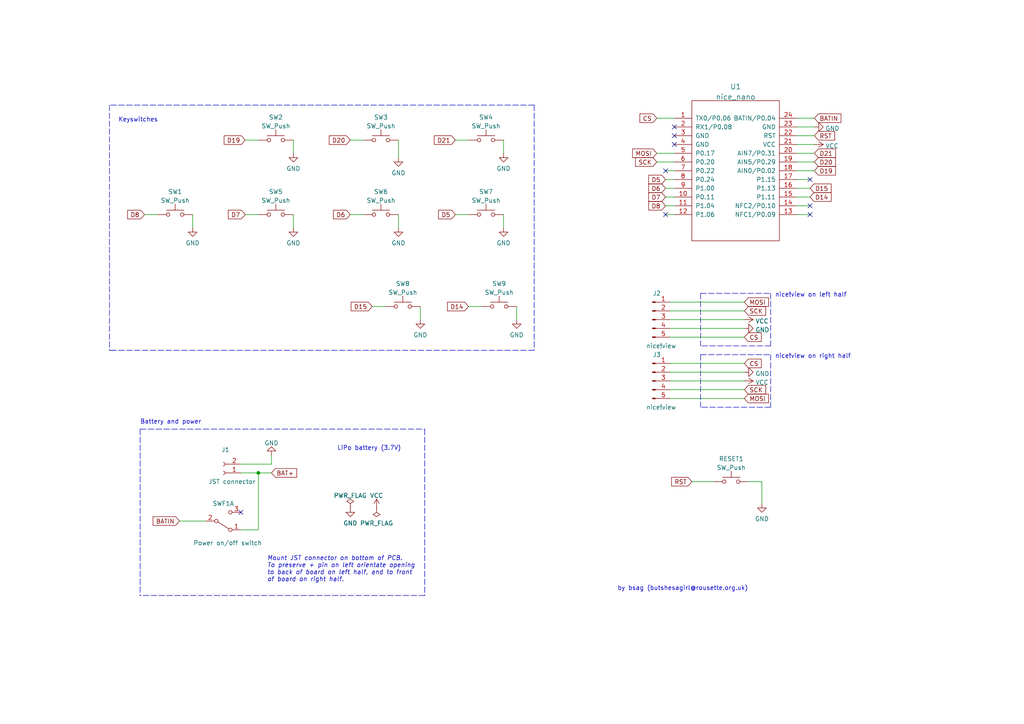
<source format=kicad_sch>
(kicad_sch (version 20211123) (generator eeschema)
  (paper "A4")
  (title_block (title "Nine Nice!Nano") (date "2022-11-12") (rev "v1"))
  (lib_symbols
    (symbol "Connector:Conn_01x02_Female" (pin_names (offset 1.016) hide)
      (property "Reference" "J" (at 0 2.54 0))
      (property "Value" "Conn_01x02_Female" (at 0 -5.08 0))
      (symbol "Conn_01x02_Female_1_1"
        (arc (start 0 -2.032) (mid -0.508 -2.54) (end 0 -3.048) (stroke (width 0.1524)))
        (polyline (pts (xy -1.27 -2.54) (xy -0.508 -2.54)) (stroke (width 0.1524)))
        (polyline (pts (xy -1.27 0) (xy -0.508 0)) (stroke (width 0.1524)))
        (arc (start 0 0.508) (mid -0.508 0) (end 0 -0.508) (stroke (width 0.1524)))
        (pin passive line (at -5.08 0 0) (length 3.81) (name "Pin_1") (number "1"))
        (pin passive line (at -5.08 -2.54 0) (length 3.81) (name "Pin_2") (number "2"))
      )
    )
    (symbol "Connector:Conn_01x05_Male" (pin_names (offset 1.016) hide)
      (property "Reference" "J" (at 0 7.62 0))
      (property "Value" "Conn_01x05_Male" (at 0 -7.62 0))
      (symbol "Conn_01x05_Male_1_1"
        (polyline (pts (xy 1.27 -5.08) (xy 0.8636 -5.08)) (stroke (width 0.1524)))
        (polyline (pts (xy 1.27 -2.54) (xy 0.8636 -2.54)) (stroke (width 0.1524)))
        (polyline (pts (xy 1.27 0) (xy 0.8636 0)) (stroke (width 0.1524)))
        (polyline (pts (xy 1.27 2.54) (xy 0.8636 2.54)) (stroke (width 0.1524)))
        (polyline (pts (xy 1.27 5.08) (xy 0.8636 5.08)) (stroke (width 0.1524)))
        (rectangle (start 0.8636 -4.953) (end 0 -5.207) (stroke (width 0.1524)) (fill (type outline)))
        (rectangle (start 0.8636 -2.413) (end 0 -2.667) (stroke (width 0.1524)) (fill (type outline)))
        (rectangle (start 0.8636 0.127) (end 0 -0.127) (stroke (width 0.1524)) (fill (type outline)))
        (rectangle (start 0.8636 2.667) (end 0 2.413) (stroke (width 0.1524)) (fill (type outline)))
        (rectangle (start 0.8636 5.207) (end 0 4.953) (stroke (width 0.1524)) (fill (type outline)))
        (pin passive line (at 5.08 5.08 180) (length 3.81) (name "Pin_1") (number "1"))
        (pin passive line (at 5.08 2.54 180) (length 3.81) (name "Pin_2") (number "2"))
        (pin passive line (at 5.08 0 180) (length 3.81) (name "Pin_3") (number "3"))
        (pin passive line (at 5.08 -2.54 180) (length 3.81) (name "Pin_4") (number "4"))
        (pin passive line (at 5.08 -5.08 180) (length 3.81) (name "Pin_5") (number "5"))
      )
    )
    (symbol "Switch:SW_DPDT_x2" (pin_names (offset 0) hide)
      (property "Reference" "SW" (at 0 4.318 0))
      (property "Value" "SW_DPDT_x2" (at 0 -5.08 0))
      (symbol "SW_DPDT_x2_0_0"
        (circle (center -2.032 0) (radius 0.508))
        (circle (center 2.032 -2.54) (radius 0.508))
      )
      (symbol "SW_DPDT_x2_0_1"
        (polyline (pts (xy -1.524 0.254) (xy 1.651 2.286)))
        (circle (center 2.032 2.54) (radius 0.508))
      )
      (symbol "SW_DPDT_x2_1_1"
        (pin passive line (at 5.08 2.54 180) (length 2.54) (name "A") (number "1"))
        (pin passive line (at -5.08 0 0) (length 2.54) (name "B") (number "2"))
        (pin passive line (at 5.08 -2.54 180) (length 2.54) (name "C") (number "3"))
      )
      (symbol "SW_DPDT_x2_2_1"
        (pin passive line (at 5.08 2.54 180) (length 2.54) (name "A") (number "4"))
        (pin passive line (at -5.08 0 0) (length 2.54) (name "B") (number "5"))
        (pin passive line (at 5.08 -2.54 180) (length 2.54) (name "C") (number "6"))
      )
    )
    (symbol "Switch:SW_Push" (pin_numbers hide) (pin_names (offset 1.016) hide)
      (property "Reference" "SW" (at 1.27 2.54 0))
      (property "Value" "SW_Push" (at 0 -1.524 0))
      (symbol "SW_Push_0_1"
        (circle (center -2.032 0) (radius 0.508))
        (polyline (pts (xy 0 1.27) (xy 0 3.048)))
        (polyline (pts (xy 2.54 1.27) (xy -2.54 1.27)))
        (circle (center 2.032 0) (radius 0.508))
        (pin passive line (at -5.08 0 0) (length 2.54) (name "1") (number "1"))
        (pin passive line (at 5.08 0 180) (length 2.54) (name "2") (number "2"))
      )
    )
    (symbol "nice_nano_1" (pin_names (offset 1.016))
      (property "Reference" "U" (at 0 0 0))
      (property "Value" "nice_nano_1" (at 0 2.54 0))
      (symbol "nice_nano_1_0_1"
        (rectangle (start -12.7 -21.59) (end 12.7 19.05))
      )
      (symbol "nice_nano_1_1_1"
        (pin input line (at -17.78 13.97 0) (length 5.08) (name "TX0/P0.06") (number "1"))
        (pin input line (at -17.78 -8.89 0) (length 5.08) (name "P0.11") (number "10"))
        (pin input line (at -17.78 -11.43 0) (length 5.08) (name "P1.04") (number "11"))
        (pin input line (at -17.78 -13.97 0) (length 5.08) (name "P1.06") (number "12"))
        (pin input line (at 17.78 -13.97 180) (length 5.08) (name "NFC1/P0.09") (number "13"))
        (pin input line (at 17.78 -11.43 180) (length 5.08) (name "NFC2/P0.10") (number "14"))
        (pin input line (at 17.78 -8.89 180) (length 5.08) (name "P1.11") (number "15"))
        (pin input line (at 17.78 -6.35 180) (length 5.08) (name "P1.13") (number "16"))
        (pin input line (at 17.78 -3.81 180) (length 5.08) (name "P1.15") (number "17"))
        (pin input line (at 17.78 -1.27 180) (length 5.08) (name "AIN0/P0.02") (number "18"))
        (pin input line (at 17.78 1.27 180) (length 5.08) (name "AIN5/P0.29") (number "19"))
        (pin input line (at -17.78 11.43 0) (length 5.08) (name "RX1/P0.08") (number "2"))
        (pin input line (at 17.78 3.81 180) (length 5.08) (name "AIN7/P0.31") (number "20"))
        (pin input line (at 17.78 6.35 180) (length 5.08) (name "VCC") (number "21"))
        (pin input line (at 17.78 8.89 180) (length 5.08) (name "RST") (number "22"))
        (pin input line (at 17.78 11.43 180) (length 5.08) (name "GND") (number "23"))
        (pin input line (at 17.78 13.97 180) (length 5.08) (name "BATIN/P0.04") (number "24"))
        (pin input line (at -17.78 8.89 0) (length 5.08) (name "GND") (number "3"))
        (pin input line (at -17.78 6.35 0) (length 5.08) (name "GND") (number "4"))
        (pin input line (at -17.78 3.81 0) (length 5.08) (name "P0.17") (number "5"))
        (pin input line (at -17.78 1.27 0) (length 5.08) (name "P0.20") (number "6"))
        (pin input line (at -17.78 -1.27 0) (length 5.08) (name "P0.22") (number "7"))
        (pin input line (at -17.78 -3.81 0) (length 5.08) (name "P0.24") (number "8"))
        (pin input line (at -17.78 -6.35 0) (length 5.08) (name "P1.00") (number "9"))
      )
    )
    (symbol "power:GND" (power) (pin_names (offset 0))
      (property "Value" "GND" (at 0 -3.81 0))
      (symbol "GND_0_1"
        (polyline (pts (xy 0 0) (xy 0 -1.27) (xy 1.27 -1.27) (xy 0 -2.54) (xy -1.27 -1.27) (xy 0 -1.27)))
      )
      (symbol "GND_1_1"
        (pin power_in line (at 0 0 270) (length 0) hide (name "GND") (number "1"))
      )
    )
    (symbol "power:PWR_FLAG" (power) (pin_numbers hide) (pin_names (offset 0) hide)
      (property "Value" "PWR_FLAG" (at 0 3.81 0))
      (symbol "PWR_FLAG_0_0"
        (pin power_out line (at 0 0 90) (length 0) (name "pwr") (number "1"))
      )
      (symbol "PWR_FLAG_0_1"
        (polyline (pts (xy 0 0) (xy 0 1.27) (xy -1.016 1.905) (xy 0 2.54) (xy 1.016 1.905) (xy 0 1.27)))
      )
    )
    (symbol "power:VCC" (power) (pin_names (offset 0))
      (property "Value" "VCC" (at 0 3.81 0))
      (symbol "VCC_0_1"
        (polyline (pts (xy -0.762 1.27) (xy 0 2.54)))
        (polyline (pts (xy 0 0) (xy 0 2.54)))
        (polyline (pts (xy 0 2.54) (xy 0.762 1.27)))
      )
      (symbol "VCC_1_1"
        (pin power_in line (at 0 0 90) (length 0) hide (name "VCC") (number "1"))
      )
    )
  )
  (junction (at 74.93 137.16))
  (no_connect (at 193.04 62.23))
  (no_connect (at 234.95 52.07))
  (no_connect (at 234.95 59.69))
  (no_connect (at 193.04 49.53))
  (no_connect (at 195.58 39.37))
  (no_connect (at 195.58 41.91))
  (no_connect (at 69.85 148.59))
  (no_connect (at 234.95 62.23))
  (no_connect (at 195.58 36.83))
  (wire (pts (xy 217.17 139.7) (xy 220.98 139.7)))
  (wire (pts (xy 146.05 62.23) (xy 146.05 66.04)))
  (wire (pts (xy 193.04 54.61) (xy 195.58 54.61)))
  (wire (pts (xy 194.31 105.41) (xy 215.9 105.41)))
  (wire (pts (xy 194.31 87.63) (xy 215.9 87.63)))
  (polyline (pts (xy 31.75 101.6) (xy 33.02 101.6)))
  (wire (pts (xy 74.93 137.16) (xy 69.85 137.16)))
  (polyline (pts (xy 203.2 102.87) (xy 203.2 118.11)))
  (wire (pts (xy 231.14 52.07) (xy 234.95 52.07)))
  (wire (pts (xy 115.57 62.23) (xy 115.57 66.04)))
  (polyline (pts (xy 203.2 85.09) (xy 203.2 100.33)))
  (wire (pts (xy 121.92 88.9) (xy 121.92 92.71)))
  (polyline (pts (xy 123.19 124.46) (xy 123.19 172.72)))
  (wire (pts (xy 231.14 39.37) (xy 236.22 39.37)))
  (wire (pts (xy 193.04 52.07) (xy 195.58 52.07)))
  (wire (pts (xy 231.14 57.15) (xy 234.95 57.15)))
  (polyline (pts (xy 203.2 102.87) (xy 223.52 102.87)))
  (wire (pts (xy 231.14 44.45) (xy 236.22 44.45)))
  (wire (pts (xy 41.91 62.23) (xy 45.72 62.23)))
  (wire (pts (xy 231.14 41.91) (xy 236.22 41.91)))
  (wire (pts (xy 85.09 62.23) (xy 85.09 66.04)))
  (wire (pts (xy 132.08 62.23) (xy 135.89 62.23)))
  (polyline (pts (xy 223.52 118.11) (xy 203.2 118.11)))
  (wire (pts (xy 69.85 134.62) (xy 78.74 134.62)))
  (wire (pts (xy 231.14 62.23) (xy 234.95 62.23)))
  (wire (pts (xy 190.5 34.29) (xy 195.58 34.29)))
  (polyline (pts (xy 31.75 30.48) (xy 31.75 101.6)))
  (wire (pts (xy 231.14 36.83) (xy 236.22 36.83)))
  (wire (pts (xy 194.31 97.79) (xy 215.9 97.79)))
  (polyline (pts (xy 223.52 100.33) (xy 203.2 100.33)))
  (wire (pts (xy 101.6 62.23) (xy 105.41 62.23)))
  (wire (pts (xy 132.08 40.64) (xy 135.89 40.64)))
  (wire (pts (xy 194.31 110.49) (xy 215.9 110.49)))
  (wire (pts (xy 55.88 62.23) (xy 55.88 66.04)))
  (wire (pts (xy 231.14 49.53) (xy 236.22 49.53)))
  (wire (pts (xy 194.31 115.57) (xy 215.9 115.57)))
  (wire (pts (xy 146.05 40.64) (xy 146.05 44.45)))
  (wire (pts (xy 220.98 139.7) (xy 220.98 146.05)))
  (wire (pts (xy 193.04 57.15) (xy 195.58 57.15)))
  (wire (pts (xy 231.14 59.69) (xy 234.95 59.69)))
  (wire (pts (xy 200.66 139.7) (xy 207.01 139.7)))
  (polyline (pts (xy 154.94 30.48) (xy 154.94 101.6)))
  (polyline (pts (xy 154.94 30.48) (xy 31.75 30.48)))
  (wire (pts (xy 71.12 62.23) (xy 74.93 62.23)))
  (polyline (pts (xy 40.64 124.46) (xy 40.64 172.72)))
  (polyline (pts (xy 223.52 102.87) (xy 223.52 118.11)))
  (wire (pts (xy 190.5 46.99) (xy 195.58 46.99)))
  (polyline (pts (xy 123.19 172.72) (xy 40.64 172.72)))
  (polyline (pts (xy 223.52 85.09) (xy 223.52 100.33)))
  (wire (pts (xy 107.95 88.9) (xy 111.76 88.9)))
  (wire (pts (xy 69.85 153.67) (xy 74.93 153.67)))
  (wire (pts (xy 231.14 54.61) (xy 234.95 54.61)))
  (wire (pts (xy 194.31 95.25) (xy 215.9 95.25)))
  (wire (pts (xy 190.5 44.45) (xy 195.58 44.45)))
  (wire (pts (xy 74.93 137.16) (xy 78.74 137.16)))
  (polyline (pts (xy 203.2 85.09) (xy 223.52 85.09)))
  (wire (pts (xy 194.31 90.17) (xy 215.9 90.17)))
  (wire (pts (xy 71.12 40.64) (xy 74.93 40.64)))
  (wire (pts (xy 74.93 137.16) (xy 74.93 153.67)))
  (wire (pts (xy 85.09 40.64) (xy 85.09 44.45)))
  (wire (pts (xy 193.04 49.53) (xy 195.58 49.53)))
  (wire (pts (xy 149.86 88.9) (xy 149.86 92.71)))
  (wire (pts (xy 78.74 132.08) (xy 78.74 134.62)))
  (wire (pts (xy 101.6 40.64) (xy 105.41 40.64)))
  (wire (pts (xy 231.14 46.99) (xy 236.22 46.99)))
  (polyline (pts (xy 40.64 124.46) (xy 123.19 124.46)))
  (wire (pts (xy 193.04 59.69) (xy 195.58 59.69)))
  (polyline (pts (xy 154.94 101.6) (xy 31.75 101.6)))
  (wire (pts (xy 194.31 107.95) (xy 215.9 107.95)))
  (wire (pts (xy 135.89 88.9) (xy 139.7 88.9)))
  (wire (pts (xy 231.14 34.29) (xy 236.22 34.29)))
  (wire (pts (xy 194.31 113.03) (xy 215.9 113.03)))
  (wire (pts (xy 193.04 62.23) (xy 195.58 62.23)))
  (wire (pts (xy 194.31 92.71) (xy 215.9 92.71)))
  (wire (pts (xy 115.57 40.64) (xy 115.57 45.72)))
  (wire (pts (xy 52.07 151.13) (xy 59.69 151.13)))
  (text "by bsag (butshesagirl@rousette.org.uk)" (at 179.07 171.45 0) (effects (font (size 1.27 1.27)) (justify left bottom)))
  (text "LiPo battery (3.7V)" (at 97.79 130.81 0) (effects (font (size 1.27 1.27)) (justify left bottom)))
  (text "Mount JST connector on bottom of PCB.\nTo preserve + pin on left orientate opening\nto back of board on left half, and to front\nof board on right half.\n" (at 77.47 168.91 0) (effects (font (size 1.27 1.27) italic) (justify left bottom)))
  (text "nice!view on right half" (at 224.79 104.14 0) (effects (font (size 1.27 1.27)) (justify left bottom)))
  (text "Keyswitches" (at 34.29 35.56 0) (effects (font (size 1.27 1.27)) (justify left bottom)))
  (text "nice!view on left half" (at 224.79 86.36 0) (effects (font (size 1.27 1.27)) (justify left bottom)))
  (text "Battery and power\n" (at 40.64 123.19 0) (effects (font (size 1.27 1.27)) (justify left bottom)))
  (global_label "BATIN" (shape input) (at 236.22 34.29 0) (property "Intersheet References" "${INTERSHEET_REFS}" (effects hide)))
  (global_label "D8" (shape input) (at 41.91 62.23 180) (property "Intersheet References" "${INTERSHEET_REFS}" (effects hide)))
  (global_label "D7" (shape input) (at 193.04 57.15 180) (property "Intersheet References" "${INTERSHEET_REFS}" (effects hide)))
  (global_label "D14" (shape input) (at 234.95 57.15 0) (property "Intersheet References" "${INTERSHEET_REFS}" (effects hide)))
  (global_label "D8" (shape input) (at 193.04 59.69 180) (property "Intersheet References" "${INTERSHEET_REFS}" (effects hide)))
  (global_label "D5" (shape input) (at 132.08 62.23 180) (property "Intersheet References" "${INTERSHEET_REFS}" (effects hide)))
  (global_label "SCK" (shape input) (at 215.9 90.17 0) (property "Intersheet References" "${INTERSHEET_REFS}" (effects hide)))
  (global_label "RST" (shape input) (at 236.22 39.37 0) (property "Intersheet References" "${INTERSHEET_REFS}" (effects hide)))
  (global_label "CS" (shape input) (at 215.9 105.41 0) (property "Intersheet References" "${INTERSHEET_REFS}" (effects hide)))
  (global_label "D6" (shape input) (at 101.6 62.23 180) (property "Intersheet References" "${INTERSHEET_REFS}" (effects hide)))
  (global_label "MOSI" (shape input) (at 215.9 87.63 0) (property "Intersheet References" "${INTERSHEET_REFS}" (effects hide)))
  (global_label "BATIN" (shape input) (at 52.07 151.13 180) (property "Intersheet References" "${INTERSHEET_REFS}" (effects hide)))
  (global_label "SCK" (shape input) (at 215.9 113.03 0) (property "Intersheet References" "${INTERSHEET_REFS}" (effects hide)))
  (global_label "CS" (shape input) (at 215.9 97.79 0) (property "Intersheet References" "${INTERSHEET_REFS}" (effects hide)))
  (global_label "D14" (shape input) (at 135.89 88.9 180) (property "Intersheet References" "${INTERSHEET_REFS}" (effects hide)))
  (global_label "D20" (shape input) (at 236.22 46.99 0) (property "Intersheet References" "${INTERSHEET_REFS}" (effects hide)))
  (global_label "SCK" (shape input) (at 190.5 46.99 180) (property "Intersheet References" "${INTERSHEET_REFS}" (effects hide)))
  (global_label "D15" (shape input) (at 107.95 88.9 180) (property "Intersheet References" "${INTERSHEET_REFS}" (effects hide)))
  (global_label "BAT+" (shape input) (at 78.74 137.16 0) (property "Intersheet References" "${INTERSHEET_REFS}" (effects hide)))
  (global_label "D19" (shape input) (at 71.12 40.64 180) (property "Intersheet References" "${INTERSHEET_REFS}" (effects hide)))
  (global_label "RST" (shape input) (at 200.66 139.7 180) (property "Intersheet References" "${INTERSHEET_REFS}" (effects hide)))
  (global_label "D19" (shape input) (at 236.22 49.53 0) (property "Intersheet References" "${INTERSHEET_REFS}" (effects hide)))
  (global_label "D21" (shape input) (at 132.08 40.64 180) (property "Intersheet References" "${INTERSHEET_REFS}" (effects hide)))
  (global_label "D20" (shape input) (at 101.6 40.64 180) (property "Intersheet References" "${INTERSHEET_REFS}" (effects hide)))
  (global_label "CS" (shape input) (at 190.5 34.29 180) (property "Intersheet References" "${INTERSHEET_REFS}" (effects hide)))
  (global_label "MOSI" (shape input) (at 215.9 115.57 0) (property "Intersheet References" "${INTERSHEET_REFS}" (effects hide)))
  (global_label "D5" (shape input) (at 193.04 52.07 180) (property "Intersheet References" "${INTERSHEET_REFS}" (effects hide)))
  (global_label "D6" (shape input) (at 193.04 54.61 180) (property "Intersheet References" "${INTERSHEET_REFS}" (effects hide)))
  (global_label "D21" (shape input) (at 236.22 44.45 0) (property "Intersheet References" "${INTERSHEET_REFS}" (effects hide)))
  (global_label "MOSI" (shape input) (at 190.5 44.45 180) (property "Intersheet References" "${INTERSHEET_REFS}" (effects hide)))
  (global_label "D15" (shape input) (at 234.95 54.61 0) (property "Intersheet References" "${INTERSHEET_REFS}" (effects hide)))
  (global_label "D7" (shape input) (at 71.12 62.23 180) (property "Intersheet References" "${INTERSHEET_REFS}" (effects hide)))
  (symbol (lib_id "power:VCC") (at 109.22 147.32 0) (unit 1)
    (property "Reference" "#PWR06" (effects hide))
    (property "Value" "VCC" (at 109.22 143.7442 0))
  )
  (symbol (lib_id "Switch:SW_Push") (at 140.97 40.64 0) (unit 1)
    (property "Reference" "SW4" (at 140.97 34.0192 0))
    (property "Value" "SW_Push" (at 140.97 36.5561 0))
    (property "Footprint" "footprints:pg1350-rev-hs-1U" (effects hide))
  )
  (symbol (lib_id "power:GND") (at 101.6 147.32 0) (unit 1)
    (property "Reference" "#PWR05" (effects hide))
    (property "Value" "GND" (at 101.6 151.7634 0))
  )
  (symbol (lib_id "power:VCC") (at 215.9 92.71 270) (unit 1)
    (property "Reference" "#PWR016" (effects hide))
    (property "Value" "VCC" (at 219.075 93.1438 90) (effects (justify left)))
  )
  (symbol (lib_id "Switch:SW_Push") (at 80.01 62.23 0) (unit 1)
    (property "Reference" "SW5" (at 80.01 55.6092 0))
    (property "Value" "SW_Push" (at 80.01 58.1461 0))
    (property "Footprint" "footprints:pg1350-rev-hs-1U" (effects hide))
  )
  (symbol (lib_id "power:GND") (at 215.9 107.95 90) (unit 1)
    (property "Reference" "#PWR018" (effects hide))
    (property "Value" "GND" (at 219.075 108.3838 90) (effects (justify right)))
  )
  (symbol (lib_id "power:GND") (at 78.74 132.08 180) (unit 1)
    (property "Reference" "#PWR02" (effects hide))
    (property "Value" "GND" (at 78.74 128.5042 0))
  )
  (symbol (lib_id "Switch:SW_Push") (at 80.01 40.64 0) (unit 1)
    (property "Reference" "SW2" (at 80.01 34.0192 0))
    (property "Value" "SW_Push" (at 80.01 36.5561 0))
    (property "Footprint" "footprints:pg1350-rev-hs-1U" (effects hide))
  )
  (symbol (lib_id "power:PWR_FLAG") (at 101.6 147.32 0) (unit 1)
    (property "Reference" "#FLG01" (effects hide))
    (property "Value" "PWR_FLAG" (at 101.6 143.7442 0))
  )
  (symbol (lib_id "Switch:SW_Push") (at 110.49 62.23 0) (unit 1)
    (property "Reference" "SW6" (at 110.49 55.6092 0))
    (property "Value" "SW_Push" (at 110.49 58.1461 0))
    (property "Footprint" "footprints:pg1350-rev-hs-1U" (effects hide))
  )
  (symbol (lib_id "power:GND") (at 236.22 36.83 90) (unit 1)
    (property "Reference" "#PWR021" (effects hide))
    (property "Value" "GND" (at 239.395 37.2638 90) (effects (justify right)))
  )
  (symbol (lib_id "Connector:Conn_01x05_Male") (at 189.23 92.71 0) (unit 1)
    (property "Reference" "J2" (at 190.5 85.09 0))
    (property "Value" "nice!view" (at 191.77 100.33 0))
    (property "Footprint" "footprints:OLED_5Pin" (effects hide))
  )
  (symbol (lib_id "Connector:Conn_01x05_Male") (at 189.23 110.49 0) (unit 1)
    (property "Reference" "J3" (at 190.5 102.87 0))
    (property "Value" "nice!view" (at 191.77 118.11 0))
    (property "Footprint" "footprints:OLED_5Pin" (effects hide))
  )
  (symbol (lib_id "Switch:SW_Push") (at 144.78 88.9 0) (unit 1)
    (property "Reference" "SW9" (at 144.78 82.2792 0))
    (property "Value" "SW_Push" (at 144.78 84.8161 0))
    (property "Footprint" "footprints:pg1350-rev-hs-1.25U" (effects hide))
  )
  (symbol (lib_id "power:GND") (at 146.05 44.45 0) (unit 1)
    (property "Reference" "#PWR010" (effects hide))
    (property "Value" "GND" (at 146.05 48.8934 0))
  )
  (symbol (lib_id "power:GND") (at 121.92 92.71 0) (unit 1)
    (property "Reference" "#PWR09" (effects hide))
    (property "Value" "GND" (at 121.92 97.1534 0))
  )
  (symbol (lib_id "power:VCC") (at 215.9 110.49 270) (unit 1)
    (property "Reference" "#PWR019" (effects hide))
    (property "Value" "VCC" (at 219.075 110.9238 90) (effects (justify left)))
  )
  (symbol (lib_id "Switch:SW_Push") (at 50.8 62.23 0) (unit 1)
    (property "Reference" "SW1" (at 50.8 55.6092 0))
    (property "Value" "SW_Push" (at 50.8 58.1461 0))
    (property "Footprint" "footprints:pg1350-rev-hs-1.25U" (effects hide))
  )
  (symbol (lib_id "Switch:SW_Push") (at 116.84 88.9 0) (unit 1)
    (property "Reference" "SW8" (at 116.84 82.2792 0))
    (property "Value" "SW_Push" (at 116.84 84.8161 0))
    (property "Footprint" "footprints:pg1350-rev-hs-1.25U" (effects hide))
  )
  (symbol (lib_id "Connector:Conn_01x02_Female") (at 64.77 137.16 180) (unit 1)
    (property "Reference" "J1" (at 65.405 130.463 0))
    (property "Value" "JST connector" (at 67.31 139.7 0))
    (property "Footprint" "footprints:JST-ZH-2p-1.5" (effects hide))
  )
  (symbol (lib_id "power:GND") (at 115.57 45.72 0) (unit 1)
    (property "Reference" "#PWR07" (effects hide))
    (property "Value" "GND" (at 115.57 50.1634 0))
  )
  (symbol (lib_id "power:GND") (at 85.09 66.04 0) (unit 1)
    (property "Reference" "#PWR04" (effects hide))
    (property "Value" "GND" (at 85.09 70.4834 0))
  )
  (symbol (lib_id "Switch:SW_DPDT_x2") (at 64.77 151.13 0) (mirror x) (unit 1)
    (property "Reference" "SWF1" (at 64.77 146.05 0))
    (property "Value" "Power on/off switch" (at 66.04 157.48 0))
    (property "Footprint" "footprints:pwr-sw-smd-pcm12" (effects hide))
  )
  (symbol (lib_id "power:GND") (at 146.05 66.04 0) (unit 1)
    (property "Reference" "#PWR011" (effects hide))
    (property "Value" "GND" (at 146.05 70.4834 0))
  )
  (symbol (lib_id "power:VCC") (at 236.22 41.91 270) (unit 1)
    (property "Reference" "#PWR022" (effects hide))
    (property "Value" "VCC" (at 239.395 42.3438 90) (effects (justify left)))
  )
  (symbol (lib_name "nice_nano_1") (lib_id "nice_nano:nice_nano") (at 213.36 48.26 0) (unit 1)
    (property "Reference" "U1" (at 213.36 25.1259 0) (effects (font (size 1.524 1.524))))
    (property "Value" "nice_nano" (at 213.36 28.1193 0) (effects (font (size 1.524 1.524))))
    (property "Footprint" "footprints:nice-nano-no-rev" (effects hide))
  )
  (symbol (lib_id "Switch:SW_Push") (at 212.09 139.7 0) (unit 1)
    (property "Reference" "RESET1" (at 212.09 133.0792 0))
    (property "Value" "SW_Push" (at 212.09 135.6161 0))
    (property "Footprint" "footprints:b3u1000p" (effects hide))
  )
  (symbol (lib_id "power:GND") (at 215.9 95.25 90) (unit 1)
    (property "Reference" "#PWR017" (effects hide))
    (property "Value" "GND" (at 219.075 95.6838 90) (effects (justify right)))
  )
  (symbol (lib_id "power:GND") (at 149.86 92.71 0) (unit 1)
    (property "Reference" "#PWR012" (effects hide))
    (property "Value" "GND" (at 149.86 97.1534 0))
  )
  (symbol (lib_id "power:GND") (at 85.09 44.45 0) (unit 1)
    (property "Reference" "#PWR03" (effects hide))
    (property "Value" "GND" (at 85.09 48.8934 0))
  )
  (symbol (lib_id "power:GND") (at 55.88 66.04 0) (unit 1)
    (property "Reference" "#PWR01" (effects hide))
    (property "Value" "GND" (at 55.88 70.4834 0))
  )
  (symbol (lib_id "Switch:SW_Push") (at 110.49 40.64 0) (unit 1)
    (property "Reference" "SW3" (at 110.49 34.0192 0))
    (property "Value" "SW_Push" (at 110.49 36.5561 0))
    (property "Footprint" "footprints:pg1350-rev-hs-1U" (effects hide))
  )
  (symbol (lib_id "power:GND") (at 115.57 66.04 0) (unit 1)
    (property "Reference" "#PWR08" (effects hide))
    (property "Value" "GND" (at 115.57 70.4834 0))
  )
  (symbol (lib_id "power:PWR_FLAG") (at 109.22 147.32 180) (unit 1)
    (property "Reference" "#FLG02" (effects hide))
    (property "Value" "PWR_FLAG" (at 109.22 151.7634 0))
  )
  (symbol (lib_id "Switch:SW_Push") (at 140.97 62.23 0) (unit 1)
    (property "Reference" "SW7" (at 140.97 55.6092 0))
    (property "Value" "SW_Push" (at 140.97 58.1461 0))
    (property "Footprint" "footprints:pg1350-rev-hs-1U" (effects hide))
  )
  (symbol (lib_id "power:GND") (at 220.98 146.05 0) (unit 1)
    (property "Reference" "#PWR020" (effects hide))
    (property "Value" "GND" (at 220.98 150.4934 0))
  )
)
</source>
